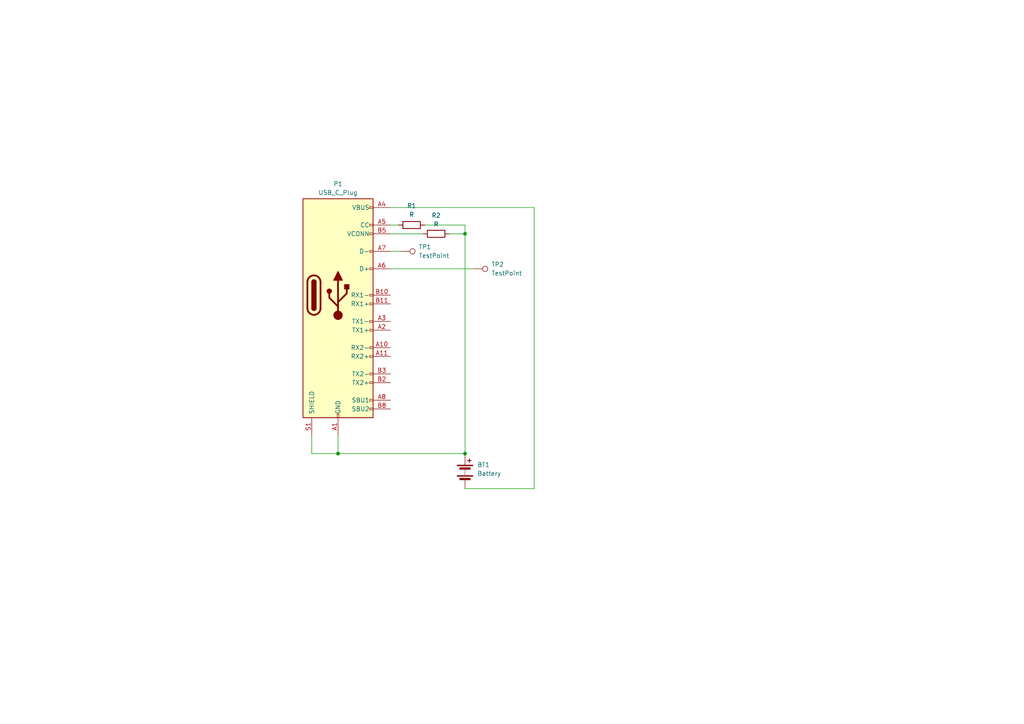
<source format=kicad_sch>
(kicad_sch (version 20230121) (generator eeschema)
  (paper "A4")
  (lib_symbols
    (symbol "Connector:TestPoint" (pin_numbers hide) (pin_names (offset 0.762) hide)
      (property "Reference" "TP" (at 0 6.858 0))
      (property "Value" "TestPoint" (at 0 5.08 0))
      (symbol "TestPoint_0_1"
        (circle (center 0 3.302) (radius 0.762))
      )
      (symbol "TestPoint_1_1"
        (pin passive line (at 0 0 90) (length 2.54) (name "1") (number "1"))
      )
    )
    (symbol "Connector:USB_C_Plug" (pin_names (offset 1.016))
      (property "Reference" "P" (at -10.16 29.21 0))
      (property "Value" "USB_C_Plug" (at 10.16 29.21 0))
      (symbol "USB_C_Plug_0_0"
        (rectangle (start -0.254 -35.56) (end 0.254 -34.544))
        (rectangle (start 10.16 -32.766) (end 9.144 -33.274))
        (rectangle (start 10.16 -30.226) (end 9.144 -30.734))
        (rectangle (start 10.16 -25.146) (end 9.144 -25.654))
        (rectangle (start 10.16 -22.606) (end 9.144 -23.114))
        (rectangle (start 10.16 -17.526) (end 9.144 -18.034))
        (rectangle (start 10.16 -14.986) (end 9.144 -15.494))
        (rectangle (start 10.16 -9.906) (end 9.144 -10.414))
        (rectangle (start 10.16 -7.366) (end 9.144 -7.874))
        (rectangle (start 10.16 -2.286) (end 9.144 -2.794))
        (rectangle (start 10.16 0.254) (end 9.144 -0.254))
        (rectangle (start 10.16 7.874) (end 9.144 7.366))
        (rectangle (start 10.16 12.954) (end 9.144 12.446))
        (rectangle (start 10.16 18.034) (end 9.144 17.526))
        (rectangle (start 10.16 20.574) (end 9.144 20.066))
        (rectangle (start 10.16 25.654) (end 9.144 25.146))
      )
      (symbol "USB_C_Plug_0_1"
        (rectangle (start -10.16 27.94) (end 10.16 -35.56) (stroke (width 0.254)) (fill (type background)))
        (arc (start -8.89 -3.81) (mid -6.985 -5.7067) (end -5.08 -3.81) (stroke (width 0.508)))
        (arc (start -7.62 -3.81) (mid -6.985 -4.4423) (end -6.35 -3.81) (stroke (width 0.254)))
        (arc (start -7.62 -3.81) (mid -6.985 -4.4423) (end -6.35 -3.81) (stroke (width 0.254)) (fill (type outline)))
        (rectangle (start -7.62 -3.81) (end -6.35 3.81) (stroke (width 0.254)) (fill (type outline)))
        (arc (start -6.35 3.81) (mid -6.985 4.4423) (end -7.62 3.81) (stroke (width 0.254)))
        (arc (start -6.35 3.81) (mid -6.985 4.4423) (end -7.62 3.81) (stroke (width 0.254)) (fill (type outline)))
        (arc (start -5.08 3.81) (mid -6.985 5.7067) (end -8.89 3.81) (stroke (width 0.508)))
        (polyline (pts (xy -8.89 -3.81) (xy -8.89 3.81)) (stroke (width 0.508)))
        (polyline (pts (xy -5.08 3.81) (xy -5.08 -3.81)) (stroke (width 0.508)))
      )
      (symbol "USB_C_Plug_1_1"
        (circle (center -2.54 1.143) (radius 0.635) (stroke (width 0.254)) (fill (type outline)))
        (circle (center 0 -5.842) (radius 1.27) (fill (type outline)))
        (polyline (pts (xy 0 -5.842) (xy 0 4.318)) (stroke (width 0.508)))
        (polyline (pts (xy 0 -3.302) (xy -2.54 -0.762) (xy -2.54 0.508)) (stroke (width 0.508)))
        (polyline (pts (xy 0 -2.032) (xy 2.54 0.508) (xy 2.54 1.778)) (stroke (width 0.508)))
        (polyline (pts (xy -1.27 4.318) (xy 0 6.858) (xy 1.27 4.318) (xy -1.27 4.318)) (stroke (width 0.254)) (fill (type outline)))
        (rectangle (start 1.905 1.778) (end 3.175 3.048) (stroke (width 0.254)) (fill (type outline)))
        (pin passive line (at 0 -40.64 90) (length 5.08) (name "GND") (number "A1"))
        (pin bidirectional line (at 15.24 -15.24 180) (length 5.08) (name "RX2-") (number "A10"))
        (pin bidirectional line (at 15.24 -17.78 180) (length 5.08) (name "RX2+") (number "A11"))
        (pin passive line (at 0 -40.64 90) (length 5.08) hide (name "GND") (number "A12"))
        (pin bidirectional line (at 15.24 -10.16 180) (length 5.08) (name "TX1+") (number "A2"))
        (pin bidirectional line (at 15.24 -7.62 180) (length 5.08) (name "TX1-") (number "A3"))
        (pin passive line (at 15.24 25.4 180) (length 5.08) (name "VBUS") (number "A4"))
        (pin bidirectional line (at 15.24 20.32 180) (length 5.08) (name "CC") (number "A5"))
        (pin bidirectional line (at 15.24 7.62 180) (length 5.08) (name "D+") (number "A6"))
        (pin bidirectional line (at 15.24 12.7 180) (length 5.08) (name "D-") (number "A7"))
        (pin bidirectional line (at 15.24 -30.48 180) (length 5.08) (name "SBU1") (number "A8"))
        (pin passive line (at 15.24 25.4 180) (length 5.08) hide (name "VBUS") (number "A9"))
        (pin passive line (at 0 -40.64 90) (length 5.08) hide (name "GND") (number "B1"))
        (pin bidirectional line (at 15.24 0 180) (length 5.08) (name "RX1-") (number "B10"))
        (pin bidirectional line (at 15.24 -2.54 180) (length 5.08) (name "RX1+") (number "B11"))
        (pin passive line (at 0 -40.64 90) (length 5.08) hide (name "GND") (number "B12"))
        (pin bidirectional line (at 15.24 -25.4 180) (length 5.08) (name "TX2+") (number "B2"))
        (pin bidirectional line (at 15.24 -22.86 180) (length 5.08) (name "TX2-") (number "B3"))
        (pin passive line (at 15.24 25.4 180) (length 5.08) hide (name "VBUS") (number "B4"))
        (pin bidirectional line (at 15.24 17.78 180) (length 5.08) (name "VCONN") (number "B5"))
        (pin bidirectional line (at 15.24 -33.02 180) (length 5.08) (name "SBU2") (number "B8"))
        (pin passive line (at 15.24 25.4 180) (length 5.08) hide (name "VBUS") (number "B9"))
        (pin passive line (at -7.62 -40.64 90) (length 5.08) (name "SHIELD") (number "S1"))
      )
    )
    (symbol "Device:Battery" (pin_numbers hide) (pin_names (offset 0) hide)
      (property "Reference" "BT" (at 2.54 2.54 0))
      (property "Value" "Battery" (at 2.54 0 0))
      (symbol "Battery_0_1"
        (rectangle (start -2.286 -1.27) (end 2.286 -1.524) (fill (type outline)))
        (rectangle (start -2.286 1.778) (end 2.286 1.524) (fill (type outline)))
        (rectangle (start -1.524 -2.032) (end 1.524 -2.54) (fill (type outline)))
        (rectangle (start -1.524 1.016) (end 1.524 0.508) (fill (type outline)))
        (polyline (pts (xy 0 -1.016) (xy 0 -0.762)))
        (polyline (pts (xy 0 -0.508) (xy 0 -0.254)))
        (polyline (pts (xy 0 0) (xy 0 0.254)))
        (polyline (pts (xy 0 1.778) (xy 0 2.54)))
        (polyline (pts (xy 0.762 3.048) (xy 1.778 3.048)) (stroke (width 0.254)))
        (polyline (pts (xy 1.27 3.556) (xy 1.27 2.54)) (stroke (width 0.254)))
      )
      (symbol "Battery_1_1"
        (pin passive line (at 0 5.08 270) (length 2.54) (name "+") (number "1"))
        (pin passive line (at 0 -5.08 90) (length 2.54) (name "-") (number "2"))
      )
    )
    (symbol "Device:R" (pin_numbers hide) (pin_names (offset 0))
      (property "Reference" "R" (at 2.032 0 90))
      (property "Value" "R" (at 0 0 90))
      (symbol "R_0_1"
        (rectangle (start -1.016 -2.54) (end 1.016 2.54) (stroke (width 0.254)))
      )
      (symbol "R_1_1"
        (pin passive line (at 0 3.81 270) (length 1.27) (name "~") (number "1"))
        (pin passive line (at 0 -3.81 90) (length 1.27) (name "~") (number "2"))
      )
    )
  )
  (junction (at 98.044 131.572))
  (junction (at 134.874 131.572))
  (junction (at 134.874 67.818))
  (wire (pts (xy 134.874 141.732) (xy 154.94 141.732)))
  (wire (pts (xy 113.284 77.978) (xy 137.414 77.978)))
  (wire (pts (xy 90.424 131.572) (xy 90.424 126.238)))
  (wire (pts (xy 98.044 131.572) (xy 134.874 131.572)))
  (wire (pts (xy 154.94 141.732) (xy 154.94 60.198)))
  (wire (pts (xy 123.19 65.278) (xy 134.874 65.278)))
  (wire (pts (xy 98.044 131.572) (xy 90.424 131.572)))
  (wire (pts (xy 130.302 67.818) (xy 134.874 67.818)))
  (wire (pts (xy 98.044 126.238) (xy 98.044 131.572)))
  (wire (pts (xy 113.284 67.818) (xy 122.682 67.818)))
  (wire (pts (xy 113.284 60.198) (xy 154.94 60.198)))
  (wire (pts (xy 113.284 65.278) (xy 115.57 65.278)))
  (wire (pts (xy 134.874 67.818) (xy 134.874 131.572)))
  (wire (pts (xy 113.284 72.898) (xy 116.332 72.898)))
  (wire (pts (xy 134.874 65.278) (xy 134.874 67.818)))
  (symbol (lib_id "Device:Battery") (at 134.874 136.652 0) (unit 1)
    (property "Reference" "BT1" (at 138.43 134.8105 0) (effects (justify left)))
    (property "Value" "Battery" (at 138.43 137.3505 0) (effects (justify left)))
    (property "Footprint" "custom_connectors:ds_lite_charger_pins" (effects hide))
  )
  (symbol (lib_id "Device:R") (at 119.38 65.278 90) (unit 1)
    (property "Reference" "R1" (at 119.38 59.69 90))
    (property "Value" "R" (at 119.38 62.23 90))
    (property "Footprint" "Resistor_SMD:R_0603_1608Metric_Pad0.98x0.95mm_HandSolder" (effects hide))
  )
  (symbol (lib_id "Connector:USB_C_Plug") (at 98.044 85.598 0) (unit 1)
    (property "Reference" "P1" (at 98.044 53.34 0))
    (property "Value" "USB_C_Plug" (at 98.044 55.88 0))
    (property "Footprint" "usb_custom:USB_C_SMD_USB2" (effects hide))
    (property "Datasheet" "https://www.usb.org/sites/default/files/documents/usb_type-c.zip" (effects hide))
  )
  (symbol (lib_id "Device:R") (at 126.492 67.818 90) (unit 1)
    (property "Reference" "R2" (at 126.492 62.484 90))
    (property "Value" "R" (at 126.492 65.024 90))
    (property "Footprint" "Resistor_SMD:R_0603_1608Metric_Pad0.98x0.95mm_HandSolder" (effects hide))
  )
  (symbol (lib_id "Connector:TestPoint") (at 137.414 77.978 270) (unit 1)
    (property "Reference" "TP2" (at 142.494 76.708 90) (effects (justify left)))
    (property "Value" "TestPoint" (at 142.494 79.248 90) (effects (justify left)))
    (property "Footprint" "custom_connectors:1mm_test_point_square_SMD" (effects hide))
  )
  (symbol (lib_id "Connector:TestPoint") (at 116.332 72.898 270) (unit 1)
    (property "Reference" "TP1" (at 121.412 71.628 90) (effects (justify left)))
    (property "Value" "TestPoint" (at 121.412 74.168 90) (effects (justify left)))
    (property "Footprint" "custom_connectors:1mm_test_point_square_SMD" (effects hide))
  )
)
</source>
